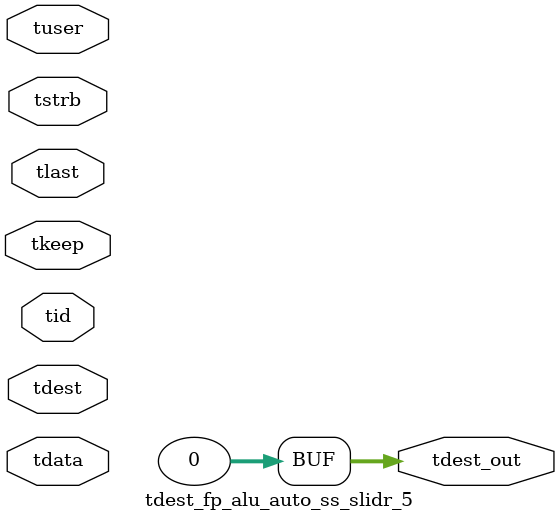
<source format=v>


`timescale 1ps/1ps

module tdest_fp_alu_auto_ss_slidr_5 #
(
parameter C_S_AXIS_TDATA_WIDTH = 32,
parameter C_S_AXIS_TUSER_WIDTH = 0,
parameter C_S_AXIS_TID_WIDTH   = 0,
parameter C_S_AXIS_TDEST_WIDTH = 0,
parameter C_M_AXIS_TDEST_WIDTH = 32
)
(
input  [(C_S_AXIS_TDATA_WIDTH == 0 ? 1 : C_S_AXIS_TDATA_WIDTH)-1:0     ] tdata,
input  [(C_S_AXIS_TUSER_WIDTH == 0 ? 1 : C_S_AXIS_TUSER_WIDTH)-1:0     ] tuser,
input  [(C_S_AXIS_TID_WIDTH   == 0 ? 1 : C_S_AXIS_TID_WIDTH)-1:0       ] tid,
input  [(C_S_AXIS_TDEST_WIDTH == 0 ? 1 : C_S_AXIS_TDEST_WIDTH)-1:0     ] tdest,
input  [(C_S_AXIS_TDATA_WIDTH/8)-1:0 ] tkeep,
input  [(C_S_AXIS_TDATA_WIDTH/8)-1:0 ] tstrb,
input                                                                    tlast,
output [C_M_AXIS_TDEST_WIDTH-1:0] tdest_out
);

assign tdest_out = {1'b0};

endmodule


</source>
